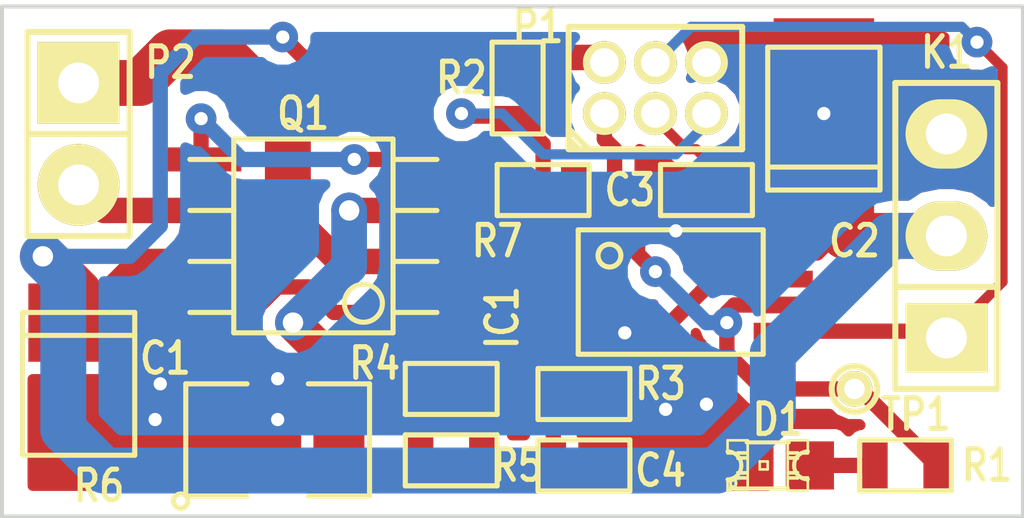
<source format=kicad_pcb>
(kicad_pcb (version 4) (host pcbnew "(2014-08-05 BZR 5054)-product")

  (general
    (links 37)
    (no_connects 0)
    (area 142.076715 92.552012 172.573543 108.635001)
    (thickness 1.6)
    (drawings 4)
    (tracks 181)
    (zones 0)
    (modules 18)
    (nets 16)
  )

  (page A4)
  (layers
    (0 F.Cu signal)
    (31 B.Cu signal)
    (32 B.Adhes user)
    (33 F.Adhes user)
    (34 B.Paste user)
    (35 F.Paste user)
    (36 B.SilkS user)
    (37 F.SilkS user)
    (38 B.Mask user)
    (39 F.Mask user)
    (40 Dwgs.User user)
    (41 Cmts.User user)
    (42 Eco1.User user)
    (43 Eco2.User user)
    (44 Edge.Cuts user)
    (45 Margin user)
    (46 B.CrtYd user)
    (47 F.CrtYd user)
    (48 B.Fab user)
    (49 F.Fab user)
  )

  (setup
    (last_trace_width 0.254)
    (user_trace_width 0.1778)
    (user_trace_width 0.2032)
    (user_trace_width 0.254)
    (user_trace_width 0.381)
    (user_trace_width 0.508)
    (user_trace_width 0.635)
    (user_trace_width 0.889)
    (user_trace_width 1.143)
    (trace_clearance 0.1524)
    (zone_clearance 0.3048)
    (zone_45_only no)
    (trace_min 0.1778)
    (segment_width 0.2)
    (edge_width 0.1)
    (via_size 0.762)
    (via_drill 0.3302)
    (via_min_size 0.762)
    (via_min_drill 0.3302)
    (user_via 0.762 0.3302)
    (user_via 0.889 0.508)
    (user_via 1.27 0.8128)
    (uvia_size 0.508)
    (uvia_drill 0.127)
    (uvias_allowed no)
    (uvia_min_size 0.508)
    (uvia_min_drill 0.127)
    (pcb_text_width 0.3)
    (pcb_text_size 1.5 1.5)
    (mod_edge_width 0.15)
    (mod_text_size 0.635 0.762)
    (mod_text_width 0.127)
    (pad_size 1.5 1.5)
    (pad_drill 0.6)
    (pad_to_mask_clearance 0)
    (aux_axis_origin 0 0)
    (grid_origin 144.145 108.585)
    (visible_elements 7FFFFFFF)
    (pcbplotparams
      (layerselection 0x010f0_80000001)
      (usegerberextensions true)
      (excludeedgelayer true)
      (linewidth 0.100000)
      (plotframeref false)
      (viasonmask false)
      (mode 1)
      (useauxorigin false)
      (hpglpennumber 1)
      (hpglpenspeed 20)
      (hpglpendiameter 15)
      (hpglpenoverlay 2)
      (psnegative false)
      (psa4output false)
      (plotreference true)
      (plotvalue false)
      (plotinvisibletext false)
      (padsonsilk false)
      (subtractmaskfromsilk true)
      (outputformat 1)
      (mirror false)
      (drillshape 0)
      (scaleselection 1)
      (outputdirectory Kicad/Plots/))
  )

  (net 0 "")
  (net 1 +5V)
  (net 2 GND)
  (net 3 "Net-(C4-Pad1)")
  (net 4 "Net-(D1-Pad1)")
  (net 5 "Net-(IC1-Pad2)")
  (net 6 "Net-(IC1-Pad3)")
  (net 7 /~RST)
  (net 8 /MOSI)
  (net 9 /MISO)
  (net 10 /SCK)
  (net 11 "Net-(P2-Pad1)")
  (net 12 "Net-(P2-Pad2)")
  (net 13 "Net-(Q1-Pad1)")
  (net 14 "Net-(Q1-Pad3)")
  (net 15 "Net-(Q1-Pad4)")

  (net_class Default "This is the default net class."
    (clearance 0.1524)
    (trace_width 0.254)
    (via_dia 0.762)
    (via_drill 0.3302)
    (uvia_dia 0.508)
    (uvia_drill 0.127)
    (add_net +5V)
    (add_net /MISO)
    (add_net /MOSI)
    (add_net /SCK)
    (add_net /~RST)
    (add_net GND)
    (add_net "Net-(C4-Pad1)")
    (add_net "Net-(D1-Pad1)")
    (add_net "Net-(IC1-Pad2)")
    (add_net "Net-(IC1-Pad3)")
    (add_net "Net-(P2-Pad1)")
    (add_net "Net-(P2-Pad2)")
    (add_net "Net-(Q1-Pad1)")
    (add_net "Net-(Q1-Pad3)")
    (add_net "Net-(Q1-Pad4)")
  )

  (module w_smd_cap:c_tant_B (layer F.Cu) (tedit 545BE366) (tstamp 545A347C)
    (at 146.05 105.283 90)
    (descr "SMT capacitor, tantalum size B")
    (path /545983D3)
    (fp_text reference C1 (at 0.635 2.159 180) (layer F.SilkS)
      (effects (font (size 0.762 0.635) (thickness 0.127)))
    )
    (fp_text value 10uF (at 0 1.9685 90) (layer F.SilkS) hide
      (effects (font (size 0.50038 0.50038) (thickness 0.11938)))
    )
    (fp_line (start 1.2065 -1.397) (end 1.2065 1.397) (layer F.SilkS) (width 0.127))
    (fp_line (start 1.778 -1.397) (end -1.778 -1.397) (layer F.SilkS) (width 0.127))
    (fp_line (start -1.778 -1.397) (end -1.778 1.397) (layer F.SilkS) (width 0.127))
    (fp_line (start -1.778 1.397) (end 1.778 1.397) (layer F.SilkS) (width 0.127))
    (fp_line (start 1.778 1.397) (end 1.778 -1.397) (layer F.SilkS) (width 0.127))
    (pad 1 smd rect (at 1.524 0 90) (size 1.95072 2.49936) (layers F.Cu F.Paste F.Mask)
      (net 1 +5V))
    (pad 2 smd rect (at -1.524 0 90) (size 1.95072 2.49936) (layers F.Cu F.Paste F.Mask)
      (net 2 GND))
    (model ../libKiCad/3d/smd_cap/c_tant_B.wrl
      (at (xyz 0 0 0))
      (scale (xyz 1 1 1))
      (rotate (xyz 0 0 0))
    )
    (model C:/Dan/Kicad/Libraries/libKiCad/3d/smd_cap/c_tant_B.wrl
      (at (xyz 0 0 0))
      (scale (xyz 1 1 1))
      (rotate (xyz 0 0 0))
    )
  )

  (module w_smd_cap:c_tant_B (layer F.Cu) (tedit 545BE30B) (tstamp 545A2FFC)
    (at 164.592 98.679 270)
    (descr "SMT capacitor, tantalum size B")
    (path /54592A32)
    (fp_text reference C2 (at 3.048 -0.762 360) (layer F.SilkS)
      (effects (font (size 0.762 0.635) (thickness 0.127)))
    )
    (fp_text value 10uF (at 0 1.9685 270) (layer F.SilkS) hide
      (effects (font (size 0.50038 0.50038) (thickness 0.11938)))
    )
    (fp_line (start 1.2065 -1.397) (end 1.2065 1.397) (layer F.SilkS) (width 0.127))
    (fp_line (start 1.778 -1.397) (end -1.778 -1.397) (layer F.SilkS) (width 0.127))
    (fp_line (start -1.778 -1.397) (end -1.778 1.397) (layer F.SilkS) (width 0.127))
    (fp_line (start -1.778 1.397) (end 1.778 1.397) (layer F.SilkS) (width 0.127))
    (fp_line (start 1.778 1.397) (end 1.778 -1.397) (layer F.SilkS) (width 0.127))
    (pad 1 smd rect (at 1.524 0 270) (size 1.95072 2.49936) (layers F.Cu F.Paste F.Mask)
      (net 1 +5V))
    (pad 2 smd rect (at -1.524 0 270) (size 1.95072 2.49936) (layers F.Cu F.Paste F.Mask)
      (net 2 GND))
    (model ../libKiCad/3d/smd_cap/c_tant_B.wrl
      (at (xyz 0 0 0))
      (scale (xyz 1 1 1))
      (rotate (xyz 0 0 0))
    )
    (model C:/Dan/Kicad/Libraries/libKiCad/3d/smd_cap/c_tant_B.wrl
      (at (xyz 0 0 0))
      (scale (xyz 1 1 1))
      (rotate (xyz 0 0 0))
    )
  )

  (module SK_mods:SM0603_Resistor (layer F.Cu) (tedit 545BE2F0) (tstamp 545A3002)
    (at 161.671 100.457 180)
    (path /54592B42)
    (attr smd)
    (fp_text reference C3 (at 1.905 0 360) (layer F.SilkS)
      (effects (font (size 0.762 0.635) (thickness 0.127)))
    )
    (fp_text value 0.1uF (at 0 0 180) (layer F.SilkS) hide
      (effects (font (size 0.7112 0.4572) (thickness 0.1143)))
    )
    (fp_line (start -1.143 -0.635) (end 1.143 -0.635) (layer F.SilkS) (width 0.127))
    (fp_line (start 1.143 -0.635) (end 1.143 0.635) (layer F.SilkS) (width 0.127))
    (fp_line (start 1.143 0.635) (end -1.143 0.635) (layer F.SilkS) (width 0.127))
    (fp_line (start -1.143 0.635) (end -1.143 -0.635) (layer F.SilkS) (width 0.127))
    (pad 1 smd rect (at -0.762 0 180) (size 0.635 1.143) (layers F.Cu F.Paste F.Mask)
      (net 1 +5V))
    (pad 2 smd rect (at 0.762 0 180) (size 0.635 1.143) (layers F.Cu F.Paste F.Mask)
      (net 2 GND))
    (model "${MY_LIBS}/Sketchup Models/3d/r_0603.wrl"
      (at (xyz 0 0 0.001000000047497451))
      (scale (xyz 1 1 1))
      (rotate (xyz 0 0 0))
    )
  )

  (module SK_mods:SM0603_Resistor (layer F.Cu) (tedit 545BE333) (tstamp 545A3008)
    (at 158.623 107.315)
    (path /5459310D)
    (attr smd)
    (fp_text reference C4 (at 1.905 0.127 180) (layer F.SilkS)
      (effects (font (size 0.762 0.635) (thickness 0.127)))
    )
    (fp_text value 0.1uF (at 0 0) (layer F.SilkS) hide
      (effects (font (size 0.7112 0.4572) (thickness 0.1143)))
    )
    (fp_line (start -1.143 -0.635) (end 1.143 -0.635) (layer F.SilkS) (width 0.127))
    (fp_line (start 1.143 -0.635) (end 1.143 0.635) (layer F.SilkS) (width 0.127))
    (fp_line (start 1.143 0.635) (end -1.143 0.635) (layer F.SilkS) (width 0.127))
    (fp_line (start -1.143 0.635) (end -1.143 -0.635) (layer F.SilkS) (width 0.127))
    (pad 1 smd rect (at -0.762 0) (size 0.635 1.143) (layers F.Cu F.Paste F.Mask)
      (net 3 "Net-(C4-Pad1)"))
    (pad 2 smd rect (at 0.762 0) (size 0.635 1.143) (layers F.Cu F.Paste F.Mask)
      (net 2 GND))
    (model "${MY_LIBS}/Sketchup Models/3d/r_0603.wrl"
      (at (xyz 0 0 0.001000000047497451))
      (scale (xyz 1 1 1))
      (rotate (xyz 0 0 0))
    )
  )

  (module Old_mods:LED-0805 (layer F.Cu) (tedit 545BE343) (tstamp 545A300E)
    (at 163.195 107.315 180)
    (descr "LED 0805 smd package")
    (tags "LED 0805 SMD")
    (path /545986D8)
    (attr smd)
    (fp_text reference D1 (at -0.254 1.143 180) (layer F.SilkS)
      (effects (font (size 0.762 0.635) (thickness 0.127)))
    )
    (fp_text value LED (at 0 1.27 180) (layer F.SilkS) hide
      (effects (font (size 0.762 0.762) (thickness 0.127)))
    )
    (fp_line (start 0.49784 0.29972) (end 0.49784 0.62484) (layer F.SilkS) (width 0.06604))
    (fp_line (start 0.49784 0.62484) (end 0.99822 0.62484) (layer F.SilkS) (width 0.06604))
    (fp_line (start 0.99822 0.29972) (end 0.99822 0.62484) (layer F.SilkS) (width 0.06604))
    (fp_line (start 0.49784 0.29972) (end 0.99822 0.29972) (layer F.SilkS) (width 0.06604))
    (fp_line (start 0.49784 -0.32258) (end 0.49784 -0.17272) (layer F.SilkS) (width 0.06604))
    (fp_line (start 0.49784 -0.17272) (end 0.7493 -0.17272) (layer F.SilkS) (width 0.06604))
    (fp_line (start 0.7493 -0.32258) (end 0.7493 -0.17272) (layer F.SilkS) (width 0.06604))
    (fp_line (start 0.49784 -0.32258) (end 0.7493 -0.32258) (layer F.SilkS) (width 0.06604))
    (fp_line (start 0.49784 0.17272) (end 0.49784 0.32258) (layer F.SilkS) (width 0.06604))
    (fp_line (start 0.49784 0.32258) (end 0.7493 0.32258) (layer F.SilkS) (width 0.06604))
    (fp_line (start 0.7493 0.17272) (end 0.7493 0.32258) (layer F.SilkS) (width 0.06604))
    (fp_line (start 0.49784 0.17272) (end 0.7493 0.17272) (layer F.SilkS) (width 0.06604))
    (fp_line (start 0.49784 -0.19812) (end 0.49784 0.19812) (layer F.SilkS) (width 0.06604))
    (fp_line (start 0.49784 0.19812) (end 0.6731 0.19812) (layer F.SilkS) (width 0.06604))
    (fp_line (start 0.6731 -0.19812) (end 0.6731 0.19812) (layer F.SilkS) (width 0.06604))
    (fp_line (start 0.49784 -0.19812) (end 0.6731 -0.19812) (layer F.SilkS) (width 0.06604))
    (fp_line (start -0.99822 0.29972) (end -0.99822 0.62484) (layer F.SilkS) (width 0.06604))
    (fp_line (start -0.99822 0.62484) (end -0.49784 0.62484) (layer F.SilkS) (width 0.06604))
    (fp_line (start -0.49784 0.29972) (end -0.49784 0.62484) (layer F.SilkS) (width 0.06604))
    (fp_line (start -0.99822 0.29972) (end -0.49784 0.29972) (layer F.SilkS) (width 0.06604))
    (fp_line (start -0.99822 -0.62484) (end -0.99822 -0.29972) (layer F.SilkS) (width 0.06604))
    (fp_line (start -0.99822 -0.29972) (end -0.49784 -0.29972) (layer F.SilkS) (width 0.06604))
    (fp_line (start -0.49784 -0.62484) (end -0.49784 -0.29972) (layer F.SilkS) (width 0.06604))
    (fp_line (start -0.99822 -0.62484) (end -0.49784 -0.62484) (layer F.SilkS) (width 0.06604))
    (fp_line (start -0.7493 0.17272) (end -0.7493 0.32258) (layer F.SilkS) (width 0.06604))
    (fp_line (start -0.7493 0.32258) (end -0.49784 0.32258) (layer F.SilkS) (width 0.06604))
    (fp_line (start -0.49784 0.17272) (end -0.49784 0.32258) (layer F.SilkS) (width 0.06604))
    (fp_line (start -0.7493 0.17272) (end -0.49784 0.17272) (layer F.SilkS) (width 0.06604))
    (fp_line (start -0.7493 -0.32258) (end -0.7493 -0.17272) (layer F.SilkS) (width 0.06604))
    (fp_line (start -0.7493 -0.17272) (end -0.49784 -0.17272) (layer F.SilkS) (width 0.06604))
    (fp_line (start -0.49784 -0.32258) (end -0.49784 -0.17272) (layer F.SilkS) (width 0.06604))
    (fp_line (start -0.7493 -0.32258) (end -0.49784 -0.32258) (layer F.SilkS) (width 0.06604))
    (fp_line (start -0.6731 -0.19812) (end -0.6731 0.19812) (layer F.SilkS) (width 0.06604))
    (fp_line (start -0.6731 0.19812) (end -0.49784 0.19812) (layer F.SilkS) (width 0.06604))
    (fp_line (start -0.49784 -0.19812) (end -0.49784 0.19812) (layer F.SilkS) (width 0.06604))
    (fp_line (start -0.6731 -0.19812) (end -0.49784 -0.19812) (layer F.SilkS) (width 0.06604))
    (fp_line (start 0 -0.09906) (end 0 0.09906) (layer F.SilkS) (width 0.06604))
    (fp_line (start 0 0.09906) (end 0.19812 0.09906) (layer F.SilkS) (width 0.06604))
    (fp_line (start 0.19812 -0.09906) (end 0.19812 0.09906) (layer F.SilkS) (width 0.06604))
    (fp_line (start 0 -0.09906) (end 0.19812 -0.09906) (layer F.SilkS) (width 0.06604))
    (fp_line (start 0.49784 -0.59944) (end 0.49784 -0.29972) (layer F.SilkS) (width 0.06604))
    (fp_line (start 0.49784 -0.29972) (end 0.79756 -0.29972) (layer F.SilkS) (width 0.06604))
    (fp_line (start 0.79756 -0.59944) (end 0.79756 -0.29972) (layer F.SilkS) (width 0.06604))
    (fp_line (start 0.49784 -0.59944) (end 0.79756 -0.59944) (layer F.SilkS) (width 0.06604))
    (fp_line (start 0.92456 -0.62484) (end 0.92456 -0.39878) (layer F.SilkS) (width 0.06604))
    (fp_line (start 0.92456 -0.39878) (end 0.99822 -0.39878) (layer F.SilkS) (width 0.06604))
    (fp_line (start 0.99822 -0.62484) (end 0.99822 -0.39878) (layer F.SilkS) (width 0.06604))
    (fp_line (start 0.92456 -0.62484) (end 0.99822 -0.62484) (layer F.SilkS) (width 0.06604))
    (fp_line (start 0.52324 0.57404) (end -0.52324 0.57404) (layer F.SilkS) (width 0.1016))
    (fp_line (start -0.49784 -0.57404) (end 0.92456 -0.57404) (layer F.SilkS) (width 0.1016))
    (fp_circle (center 0.84836 -0.44958) (end 0.89916 -0.50038) (layer F.SilkS) (width 0.0508))
    (fp_arc (start 0.99822 0) (end 0.99822 0.34798) (angle 180) (layer F.SilkS) (width 0.1016))
    (fp_arc (start -0.99822 0) (end -0.99822 -0.34798) (angle 180) (layer F.SilkS) (width 0.1016))
    (pad 1 smd rect (at -1.04902 0 180) (size 1.19888 1.19888) (layers F.Cu F.Paste F.Mask)
      (net 4 "Net-(D1-Pad1)"))
    (pad 2 smd rect (at 1.04902 0 180) (size 1.19888 1.19888) (layers F.Cu F.Paste F.Mask)
      (net 2 GND))
    (model C:/Dan/Kicad/Libraries/libKiCad/3d/smd_leds/led_0805.wrl
      (at (xyz 0 0 0))
      (scale (xyz 1 1 1))
      (rotate (xyz 0 0 0))
    )
  )

  (module w_smd_dil:tssop-8 (layer F.Cu) (tedit 545BE3A6) (tstamp 545A301A)
    (at 160.782 102.997 270)
    (descr TSSOP-8)
    (path /5459138B)
    (fp_text reference IC1 (at 0.635 4.191 450) (layer F.SilkS)
      (effects (font (size 0.762 0.635) (thickness 0.127)))
    )
    (fp_text value ATTINY45-S (at 0 -1.143 270) (layer F.SilkS) hide
      (effects (font (size 0.50038 0.50038) (thickness 0.09906)))
    )
    (fp_line (start -1.5494 2.30124) (end 1.5494 2.30124) (layer F.SilkS) (width 0.127))
    (fp_line (start 1.5494 2.30124) (end 1.5494 -2.30124) (layer F.SilkS) (width 0.127))
    (fp_line (start 1.5494 -2.30124) (end -1.5494 -2.30124) (layer F.SilkS) (width 0.127))
    (fp_line (start -1.5494 -2.30124) (end -1.5494 2.30124) (layer F.SilkS) (width 0.127))
    (fp_circle (center -0.90678 1.524) (end -1.03378 1.778) (layer F.SilkS) (width 0.127))
    (pad 2 smd rect (at -0.32258 2.79908 270) (size 0.4191 1.47066) (layers F.Cu F.Paste F.Mask)
      (net 5 "Net-(IC1-Pad2)"))
    (pad 3 smd rect (at 0.32258 2.79908 270) (size 0.4191 1.47066) (layers F.Cu F.Paste F.Mask)
      (net 6 "Net-(IC1-Pad3)"))
    (pad 4 smd rect (at 0.97536 2.79908 270) (size 0.4191 1.47066) (layers F.Cu F.Paste F.Mask)
      (net 2 GND))
    (pad 1 smd rect (at -0.97536 2.79908 270) (size 0.4191 1.47066) (layers F.Cu F.Paste F.Mask)
      (net 7 /~RST))
    (pad 5 smd rect (at 0.97536 -2.79908 270) (size 0.4191 1.47066) (layers F.Cu F.Paste F.Mask)
      (net 8 /MOSI))
    (pad 6 smd rect (at 0.32258 -2.79908 270) (size 0.4191 1.47066) (layers F.Cu F.Paste F.Mask)
      (net 9 /MISO))
    (pad 7 smd rect (at -0.32258 -2.79908 270) (size 0.4191 1.47066) (layers F.Cu F.Paste F.Mask)
      (net 10 /SCK))
    (pad 8 smd rect (at -0.97536 -2.79908 270) (size 0.4191 1.47066) (layers F.Cu F.Paste F.Mask)
      (net 1 +5V))
    (model ../libKiCad/3d/smd_dil/tssop-8.wrl
      (at (xyz 0 0 0))
      (scale (xyz 1 1 1))
      (rotate (xyz 0 0 0))
    )
    (model C:/Dan/Kicad/Libraries/libKiCad/3d/smd_dil/tssop-8.wrl
      (at (xyz 0 0 0))
      (scale (xyz 1 1 1))
      (rotate (xyz 0 0 0))
    )
  )

  (module Pin_Headers:Pin_Header_Straight_1x03 (layer F.Cu) (tedit 545BE300) (tstamp 545A3021)
    (at 167.64 101.6 90)
    (descr "Through hole pin header")
    (tags "pin header")
    (path /5459440E)
    (fp_text reference K1 (at 4.572 0 180) (layer F.SilkS)
      (effects (font (size 0.762 0.635) (thickness 0.127)))
    )
    (fp_text value CONN_3 (at 0 0 90) (layer F.SilkS) hide
      (effects (font (size 1.27 1.27) (thickness 0.2032)))
    )
    (fp_line (start -1.27 1.27) (end 3.81 1.27) (layer F.SilkS) (width 0.15))
    (fp_line (start 3.81 1.27) (end 3.81 -1.27) (layer F.SilkS) (width 0.15))
    (fp_line (start 3.81 -1.27) (end -1.27 -1.27) (layer F.SilkS) (width 0.15))
    (fp_line (start -3.81 -1.27) (end -1.27 -1.27) (layer F.SilkS) (width 0.15))
    (fp_line (start -1.27 -1.27) (end -1.27 1.27) (layer F.SilkS) (width 0.15))
    (fp_line (start -3.81 -1.27) (end -3.81 1.27) (layer F.SilkS) (width 0.15))
    (fp_line (start -3.81 1.27) (end -1.27 1.27) (layer F.SilkS) (width 0.15))
    (pad 1 thru_hole rect (at -2.54 0 90) (size 1.7272 2.032) (drill 1.016) (layers *.Cu *.Mask F.SilkS)
      (net 8 /MOSI))
    (pad 2 thru_hole oval (at 0 0 90) (size 1.7272 2.032) (drill 1.016) (layers *.Cu *.Mask F.SilkS)
      (net 1 +5V))
    (pad 3 thru_hole oval (at 2.54 0 90) (size 1.7272 2.032) (drill 1.016) (layers *.Cu *.Mask F.SilkS)
      (net 2 GND))
    (model Pin_Headers/Pin_Header_Straight_1x03.wrl
      (at (xyz 0 0 0))
      (scale (xyz 1 1 1))
      (rotate (xyz 0 0 0))
    )
  )

  (module Old_mods:Header_3x2x050_th (layer F.Cu) (tedit 545BE2E0) (tstamp 545A302B)
    (at 160.401 97.917)
    (path /54592BAB)
    (fp_text reference P1 (at -2.921 -1.524) (layer F.SilkS)
      (effects (font (size 0.762 0.635) (thickness 0.127)))
    )
    (fp_text value CONN_3X2 (at 0.127 -3.937) (layer F.SilkS) hide
      (effects (font (size 1.50114 1.50114) (thickness 0.14986)))
    )
    (fp_line (start -1.651 1.524) (end -2.159 1.016) (layer F.SilkS) (width 0.14986))
    (fp_line (start -1.905 1.524) (end -2.159 1.27) (layer F.SilkS) (width 0.14986))
    (fp_line (start -2.159 1.524) (end 2.159 1.524) (layer F.SilkS) (width 0.14986))
    (fp_line (start 2.159 1.524) (end 2.159 -1.524) (layer F.SilkS) (width 0.14986))
    (fp_line (start 2.159 -1.524) (end -2.159 -1.524) (layer F.SilkS) (width 0.14986))
    (fp_line (start -2.159 -1.524) (end -2.159 1.524) (layer F.SilkS) (width 0.14986))
    (pad 1 thru_hole circle (at -1.27 0.635) (size 1.0668 1.0668) (drill 0.7112) (layers *.Cu *.Mask F.SilkS)
      (net 9 /MISO))
    (pad 2 thru_hole circle (at -1.27 -0.635) (size 1.0668 1.0668) (drill 0.7112) (layers *.Cu *.Mask F.SilkS)
      (net 1 +5V))
    (pad 3 thru_hole circle (at 0 0.635) (size 1.0668 1.0668) (drill 0.7112) (layers *.Cu *.Mask F.SilkS)
      (net 10 /SCK))
    (pad 4 thru_hole circle (at 0 -0.635) (size 1.0668 1.0668) (drill 0.7112) (layers *.Cu *.Mask F.SilkS)
      (net 8 /MOSI))
    (pad 5 thru_hole circle (at 1.27 0.635) (size 1.0668 1.0668) (drill 0.7112) (layers *.Cu *.Mask F.SilkS)
      (net 7 /~RST))
    (pad 6 thru_hole circle (at 1.27 -0.635) (size 1.0668 1.0668) (drill 0.7112) (layers *.Cu *.Mask F.SilkS)
      (net 2 GND))
  )

  (module Pin_Headers:Pin_Header_Straight_1x02 (layer F.Cu) (tedit 545BE2EA) (tstamp 545A3031)
    (at 146.05 99.06 270)
    (descr "Through hole pin header")
    (tags "pin header")
    (path /54593FA2)
    (fp_text reference P2 (at -1.778 -2.286 360) (layer F.SilkS)
      (effects (font (size 0.762 0.635) (thickness 0.127)))
    )
    (fp_text value CONN_2 (at 0 0 270) (layer F.SilkS) hide
      (effects (font (size 1.27 1.27) (thickness 0.2032)))
    )
    (fp_line (start 0 -1.27) (end 0 1.27) (layer F.SilkS) (width 0.15))
    (fp_line (start -2.54 -1.27) (end -2.54 1.27) (layer F.SilkS) (width 0.15))
    (fp_line (start -2.54 1.27) (end 0 1.27) (layer F.SilkS) (width 0.15))
    (fp_line (start 0 1.27) (end 2.54 1.27) (layer F.SilkS) (width 0.15))
    (fp_line (start 2.54 1.27) (end 2.54 -1.27) (layer F.SilkS) (width 0.15))
    (fp_line (start 2.54 -1.27) (end -2.54 -1.27) (layer F.SilkS) (width 0.15))
    (pad 1 thru_hole rect (at -1.27 0 270) (size 2.032 2.032) (drill 1.016) (layers *.Cu *.Mask F.SilkS)
      (net 11 "Net-(P2-Pad1)"))
    (pad 2 thru_hole oval (at 1.27 0 270) (size 2.032 2.032) (drill 1.016) (layers *.Cu *.Mask F.SilkS)
      (net 12 "Net-(P2-Pad2)"))
    (model Pin_Headers/Pin_Header_Straight_1x02.wrl
      (at (xyz 0 0 0))
      (scale (xyz 1 1 1))
      (rotate (xyz 0 0 0))
    )
  )

  (module w_smd_dil:so-8 (layer F.Cu) (tedit 545BE36A) (tstamp 545A3475)
    (at 151.892 101.6 90)
    (descr SO-8)
    (path /5459A058)
    (fp_text reference Q1 (at 3.048 -0.254 180) (layer F.SilkS)
      (effects (font (size 0.762 0.635) (thickness 0.127)))
    )
    (fp_text value DMHC3025 (at 0 1.016 90) (layer F.SilkS) hide
      (effects (font (size 0.7493 0.7493) (thickness 0.14986)))
    )
    (fp_line (start -2.413 -1.9812) (end -2.413 1.9812) (layer F.SilkS) (width 0.127))
    (fp_line (start -2.413 1.9812) (end 2.413 1.9812) (layer F.SilkS) (width 0.127))
    (fp_line (start 2.413 1.9812) (end 2.413 -1.9812) (layer F.SilkS) (width 0.127))
    (fp_line (start 2.413 -1.9812) (end -2.413 -1.9812) (layer F.SilkS) (width 0.127))
    (fp_line (start -1.905 -1.9812) (end -1.905 -3.0734) (layer F.SilkS) (width 0.127))
    (fp_line (start -0.635 -1.9812) (end -0.635 -3.0734) (layer F.SilkS) (width 0.127))
    (fp_line (start 0.635 -1.9812) (end 0.635 -3.0734) (layer F.SilkS) (width 0.127))
    (fp_line (start 1.905 -3.0734) (end 1.905 -1.9812) (layer F.SilkS) (width 0.127))
    (fp_line (start 1.905 1.9812) (end 1.905 3.0734) (layer F.SilkS) (width 0.127))
    (fp_line (start 0.635 3.0734) (end 0.635 1.9812) (layer F.SilkS) (width 0.127))
    (fp_line (start -0.635 3.0734) (end -0.635 1.9812) (layer F.SilkS) (width 0.127))
    (fp_line (start -1.905 3.0734) (end -1.905 1.9812) (layer F.SilkS) (width 0.127))
    (fp_circle (center -1.6764 1.2446) (end -1.9558 1.6256) (layer F.SilkS) (width 0.127))
    (pad 1 smd rect (at -1.905 2.794 90) (size 0.59944 1.99898) (layers F.Cu F.Paste F.Mask)
      (net 13 "Net-(Q1-Pad1)"))
    (pad 2 smd rect (at -0.635 2.794 90) (size 0.59944 1.99898) (layers F.Cu F.Paste F.Mask)
      (net 11 "Net-(P2-Pad1)"))
    (pad 3 smd rect (at 0.635 2.794 90) (size 0.59944 1.99898) (layers F.Cu F.Paste F.Mask)
      (net 14 "Net-(Q1-Pad3)"))
    (pad 4 smd rect (at 1.905 2.794 90) (size 0.59944 1.99898) (layers F.Cu F.Paste F.Mask)
      (net 15 "Net-(Q1-Pad4)"))
    (pad 5 smd rect (at 1.905 -2.794 90) (size 0.59944 1.99898) (layers F.Cu F.Paste F.Mask)
      (net 15 "Net-(Q1-Pad4)"))
    (pad 6 smd rect (at 0.635 -2.794 90) (size 0.59944 1.99898) (layers F.Cu F.Paste F.Mask)
      (net 12 "Net-(P2-Pad2)"))
    (pad 7 smd rect (at -0.635 -2.794 90) (size 0.59944 1.99898) (layers F.Cu F.Paste F.Mask)
      (net 1 +5V))
    (pad 8 smd rect (at -1.905 -2.794 90) (size 0.59944 1.99898) (layers F.Cu F.Paste F.Mask)
      (net 13 "Net-(Q1-Pad1)"))
    (model ../libKiCad/3d/smd_dil/so-8.wrl
      (at (xyz 0 0 0))
      (scale (xyz 1 1 1))
      (rotate (xyz 0 0 0))
    )
    (model C:/Dan/Kicad/Libraries/libKiCad/3d/smd_dil/so-8.wrl
      (at (xyz 0 0 0))
      (scale (xyz 1 1 1))
      (rotate (xyz 0 0 0))
    )
  )

  (module SK_mods:SM0603_Resistor (layer F.Cu) (tedit 545BE347) (tstamp 545A3043)
    (at 166.624 107.315 180)
    (path /545989E7)
    (attr smd)
    (fp_text reference R1 (at -2.032 0 360) (layer F.SilkS)
      (effects (font (size 0.762 0.635) (thickness 0.127)))
    )
    (fp_text value 1K (at 0 0 180) (layer F.SilkS) hide
      (effects (font (size 0.7112 0.4572) (thickness 0.1143)))
    )
    (fp_line (start -1.143 -0.635) (end 1.143 -0.635) (layer F.SilkS) (width 0.127))
    (fp_line (start 1.143 -0.635) (end 1.143 0.635) (layer F.SilkS) (width 0.127))
    (fp_line (start 1.143 0.635) (end -1.143 0.635) (layer F.SilkS) (width 0.127))
    (fp_line (start -1.143 0.635) (end -1.143 -0.635) (layer F.SilkS) (width 0.127))
    (pad 1 smd rect (at -0.762 0 180) (size 0.635 1.143) (layers F.Cu F.Paste F.Mask)
      (net 9 /MISO))
    (pad 2 smd rect (at 0.762 0 180) (size 0.635 1.143) (layers F.Cu F.Paste F.Mask)
      (net 4 "Net-(D1-Pad1)"))
    (model "${MY_LIBS}/Sketchup Models/3d/r_0603.wrl"
      (at (xyz 0 0 0.001000000047497451))
      (scale (xyz 1 1 1))
      (rotate (xyz 0 0 0))
    )
  )

  (module SK_mods:SM0603_Resistor (layer F.Cu) (tedit 545BE2E4) (tstamp 545A3049)
    (at 156.972 97.917 90)
    (path /54594803)
    (attr smd)
    (fp_text reference R2 (at 0.254 -1.397 180) (layer F.SilkS)
      (effects (font (size 0.762 0.635) (thickness 0.127)))
    )
    (fp_text value 10K (at 0 0 90) (layer F.SilkS) hide
      (effects (font (size 0.7112 0.4572) (thickness 0.1143)))
    )
    (fp_line (start -1.143 -0.635) (end 1.143 -0.635) (layer F.SilkS) (width 0.127))
    (fp_line (start 1.143 -0.635) (end 1.143 0.635) (layer F.SilkS) (width 0.127))
    (fp_line (start 1.143 0.635) (end -1.143 0.635) (layer F.SilkS) (width 0.127))
    (fp_line (start -1.143 0.635) (end -1.143 -0.635) (layer F.SilkS) (width 0.127))
    (pad 1 smd rect (at -0.762 0 90) (size 0.635 1.143) (layers F.Cu F.Paste F.Mask)
      (net 7 /~RST))
    (pad 2 smd rect (at 0.762 0 90) (size 0.635 1.143) (layers F.Cu F.Paste F.Mask)
      (net 1 +5V))
    (model "${MY_LIBS}/Sketchup Models/3d/r_0603.wrl"
      (at (xyz 0 0 0.001000000047497451))
      (scale (xyz 1 1 1))
      (rotate (xyz 0 0 0))
    )
  )

  (module SK_mods:SM0603_Resistor (layer F.Cu) (tedit 545BE354) (tstamp 545A304F)
    (at 158.623 105.537)
    (path /54593CD6)
    (attr smd)
    (fp_text reference R3 (at 1.905 -0.254 180) (layer F.SilkS)
      (effects (font (size 0.762 0.635) (thickness 0.127)))
    )
    (fp_text value 1K (at 0 0) (layer F.SilkS) hide
      (effects (font (size 0.7112 0.4572) (thickness 0.1143)))
    )
    (fp_line (start -1.143 -0.635) (end 1.143 -0.635) (layer F.SilkS) (width 0.127))
    (fp_line (start 1.143 -0.635) (end 1.143 0.635) (layer F.SilkS) (width 0.127))
    (fp_line (start 1.143 0.635) (end -1.143 0.635) (layer F.SilkS) (width 0.127))
    (fp_line (start -1.143 0.635) (end -1.143 -0.635) (layer F.SilkS) (width 0.127))
    (pad 1 smd rect (at -0.762 0) (size 0.635 1.143) (layers F.Cu F.Paste F.Mask)
      (net 3 "Net-(C4-Pad1)"))
    (pad 2 smd rect (at 0.762 0) (size 0.635 1.143) (layers F.Cu F.Paste F.Mask)
      (net 10 /SCK))
    (model "${MY_LIBS}/Sketchup Models/3d/r_0603.wrl"
      (at (xyz 0 0 0.001000000047497451))
      (scale (xyz 1 1 1))
      (rotate (xyz 0 0 0))
    )
  )

  (module SK_mods:SM0603_Resistor (layer F.Cu) (tedit 545BE3A9) (tstamp 545A3055)
    (at 155.321 105.41)
    (path /54592AB9)
    (attr smd)
    (fp_text reference R4 (at -1.905 -0.635 180) (layer F.SilkS)
      (effects (font (size 0.762 0.635) (thickness 0.127)))
    )
    (fp_text value 100 (at 0 0) (layer F.SilkS) hide
      (effects (font (size 0.7112 0.4572) (thickness 0.1143)))
    )
    (fp_line (start -1.143 -0.635) (end 1.143 -0.635) (layer F.SilkS) (width 0.127))
    (fp_line (start 1.143 -0.635) (end 1.143 0.635) (layer F.SilkS) (width 0.127))
    (fp_line (start 1.143 0.635) (end -1.143 0.635) (layer F.SilkS) (width 0.127))
    (fp_line (start -1.143 0.635) (end -1.143 -0.635) (layer F.SilkS) (width 0.127))
    (pad 1 smd rect (at -0.762 0) (size 0.635 1.143) (layers F.Cu F.Paste F.Mask)
      (net 13 "Net-(Q1-Pad1)"))
    (pad 2 smd rect (at 0.762 0) (size 0.635 1.143) (layers F.Cu F.Paste F.Mask)
      (net 5 "Net-(IC1-Pad2)"))
    (model "${MY_LIBS}/Sketchup Models/3d/r_0603.wrl"
      (at (xyz 0 0 0.001000000047497451))
      (scale (xyz 1 1 1))
      (rotate (xyz 0 0 0))
    )
  )

  (module SK_mods:SM0603_Resistor (layer F.Cu) (tedit 545BE397) (tstamp 545A305B)
    (at 155.321 107.188)
    (path /545930B5)
    (attr smd)
    (fp_text reference R5 (at 1.651 0.127 180) (layer F.SilkS)
      (effects (font (size 0.762 0.635) (thickness 0.127)))
    )
    (fp_text value 1K (at 0 0) (layer F.SilkS) hide
      (effects (font (size 0.7112 0.4572) (thickness 0.1143)))
    )
    (fp_line (start -1.143 -0.635) (end 1.143 -0.635) (layer F.SilkS) (width 0.127))
    (fp_line (start 1.143 -0.635) (end 1.143 0.635) (layer F.SilkS) (width 0.127))
    (fp_line (start 1.143 0.635) (end -1.143 0.635) (layer F.SilkS) (width 0.127))
    (fp_line (start -1.143 0.635) (end -1.143 -0.635) (layer F.SilkS) (width 0.127))
    (pad 1 smd rect (at -0.762 0) (size 0.635 1.143) (layers F.Cu F.Paste F.Mask)
      (net 14 "Net-(Q1-Pad3)"))
    (pad 2 smd rect (at 0.762 0) (size 0.635 1.143) (layers F.Cu F.Paste F.Mask)
      (net 3 "Net-(C4-Pad1)"))
    (model "${MY_LIBS}/Sketchup Models/3d/r_0603.wrl"
      (at (xyz 0 0 0.001000000047497451))
      (scale (xyz 1 1 1))
      (rotate (xyz 0 0 0))
    )
  )

  (module SK_mods:SM1210 (layer F.Cu) (tedit 545BE3A1) (tstamp 545A3461)
    (at 151.003 106.68)
    (tags "CMS SM")
    (path /54592F55)
    (attr smd)
    (fp_text reference R6 (at -4.445 1.143 180) (layer F.SilkS)
      (effects (font (size 0.762 0.635) (thickness 0.127)))
    )
    (fp_text value R (at -1.27 1.016) (layer F.SilkS) hide
      (effects (font (size 0.762 0.762) (thickness 0.127)))
    )
    (fp_circle (center -2.413 1.524) (end -2.286 1.397) (layer F.SilkS) (width 0.127))
    (fp_line (start -0.762 -1.397) (end -2.286 -1.397) (layer F.SilkS) (width 0.127))
    (fp_line (start -2.286 -1.397) (end -2.286 1.397) (layer F.SilkS) (width 0.127))
    (fp_line (start -2.286 1.397) (end -0.762 1.397) (layer F.SilkS) (width 0.127))
    (fp_line (start 0.762 1.397) (end 2.286 1.397) (layer F.SilkS) (width 0.127))
    (fp_line (start 2.286 1.397) (end 2.286 -1.397) (layer F.SilkS) (width 0.127))
    (fp_line (start 2.286 -1.397) (end 0.762 -1.397) (layer F.SilkS) (width 0.127))
    (pad 1 smd rect (at -1.524 0) (size 1.27 2.54) (layers F.Cu F.Paste F.Mask)
      (net 2 GND))
    (pad 2 smd rect (at 1.524 0) (size 1.27 2.54) (layers F.Cu F.Paste F.Mask)
      (net 14 "Net-(Q1-Pad3)"))
    (model smd/chip_cms.wrl
      (at (xyz 0 0 0))
      (scale (xyz 0.1700000017881393 0.2000000029802322 0.1700000017881393))
      (rotate (xyz 0 0 0))
    )
  )

  (module SK_mods:SM0603_Resistor (layer F.Cu) (tedit 545BE2EE) (tstamp 545A3067)
    (at 157.607 100.457 180)
    (path /54592ED3)
    (attr smd)
    (fp_text reference R7 (at 1.143 -1.27 360) (layer F.SilkS)
      (effects (font (size 0.762 0.635) (thickness 0.127)))
    )
    (fp_text value 100 (at 0 0 180) (layer F.SilkS) hide
      (effects (font (size 0.7112 0.4572) (thickness 0.1143)))
    )
    (fp_line (start -1.143 -0.635) (end 1.143 -0.635) (layer F.SilkS) (width 0.127))
    (fp_line (start 1.143 -0.635) (end 1.143 0.635) (layer F.SilkS) (width 0.127))
    (fp_line (start 1.143 0.635) (end -1.143 0.635) (layer F.SilkS) (width 0.127))
    (fp_line (start -1.143 0.635) (end -1.143 -0.635) (layer F.SilkS) (width 0.127))
    (pad 1 smd rect (at -0.762 0 180) (size 0.635 1.143) (layers F.Cu F.Paste F.Mask)
      (net 6 "Net-(IC1-Pad3)"))
    (pad 2 smd rect (at 0.762 0 180) (size 0.635 1.143) (layers F.Cu F.Paste F.Mask)
      (net 15 "Net-(Q1-Pad4)"))
    (model "${MY_LIBS}/Sketchup Models/3d/r_0603.wrl"
      (at (xyz 0 0 0.001000000047497451))
      (scale (xyz 1 1 1))
      (rotate (xyz 0 0 0))
    )
  )

  (module SK_mods:TP20 (layer F.Cu) (tedit 545BE349) (tstamp 545A306C)
    (at 165.354 105.41)
    (path /54592C96)
    (fp_text reference TP1 (at 1.524 0.635) (layer F.SilkS)
      (effects (font (size 0.762 0.635) (thickness 0.127)))
    )
    (fp_text value TEST_POINT (at 0.635 0.635) (layer F.SilkS) hide
      (effects (font (size 1.5 1.5) (thickness 0.15)))
    )
    (fp_circle (center 0 0) (end 0.254 -0.508) (layer F.SilkS) (width 0.15))
    (pad 1 thru_hole circle (at 0 0) (size 0.889 0.889) (drill 0.508) (layers *.Cu *.Mask F.SilkS)
      (net 9 /MISO))
  )

  (gr_line (start 144.145 95.885) (end 144.145 108.585) (angle 90) (layer Edge.Cuts) (width 0.1))
  (gr_line (start 169.545 95.885) (end 144.145 95.885) (angle 90) (layer Edge.Cuts) (width 0.1))
  (gr_line (start 169.545 108.585) (end 169.545 95.885) (angle 90) (layer Edge.Cuts) (width 0.1))
  (gr_line (start 144.145 108.585) (end 169.545 108.585) (angle 90) (layer Edge.Cuts) (width 0.1))

  (segment (start 159.004 97.155) (end 159.131 97.282) (width 0.635) (layer F.Cu) (net 1) (tstamp 545A96D7) (status 30))
  (segment (start 156.972 97.155) (end 159.004 97.155) (width 0.635) (layer F.Cu) (net 1) (status 10))
  (segment (start 164.42436 102.02164) (end 164.592 101.854) (width 0.381) (layer F.Cu) (net 1) (tstamp 545A9758))
  (segment (start 164.592 101.854) (end 164.592 100.203) (width 0.381) (layer F.Cu) (net 1) (tstamp 545A975F))
  (segment (start 163.58108 102.02164) (end 164.42436 102.02164) (width 0.381) (layer F.Cu) (net 1))
  (segment (start 162.60064 102.02164) (end 162.433 101.854) (width 0.381) (layer F.Cu) (net 1) (tstamp 545A9767))
  (segment (start 163.58108 102.02164) (end 162.60064 102.02164) (width 0.381) (layer F.Cu) (net 1))
  (segment (start 164.592 101.092) (end 164.592 100.203) (width 1.143) (layer F.Cu) (net 1) (tstamp 545A978E))
  (segment (start 165.1 101.6) (end 164.592 101.092) (width 1.143) (layer F.Cu) (net 1) (tstamp 545A978C))
  (segment (start 167.64 101.6) (end 165.1 101.6) (width 1.143) (layer F.Cu) (net 1))
  (segment (start 147.574 102.235) (end 146.05 103.759) (width 0.635) (layer F.Cu) (net 1) (tstamp 545A9961))
  (segment (start 149.098 102.235) (end 147.574 102.235) (width 0.635) (layer F.Cu) (net 1))
  (segment (start 146.05 102.997) (end 146.05 103.759) (width 1.143) (layer F.Cu) (net 1) (tstamp 545A9A21))
  (via (at 145.161 102.108) (size 0.889) (drill 0.508) (layers F.Cu B.Cu) (net 1))
  (segment (start 145.161 102.108) (end 146.05 102.997) (width 1.143) (layer F.Cu) (net 1) (tstamp 545A9A20))
  (segment (start 145.669 102.616) (end 145.161 102.108) (width 1.143) (layer B.Cu) (net 1) (tstamp 545A9A14))
  (segment (start 145.669 106.426) (end 145.669 102.616) (width 1.143) (layer B.Cu) (net 1) (tstamp 545A9A12))
  (segment (start 146.685 107.442) (end 145.669 106.426) (width 1.143) (layer B.Cu) (net 1) (tstamp 545A9A10))
  (segment (start 161.925 107.442) (end 146.685 107.442) (width 1.143) (layer B.Cu) (net 1) (tstamp 545A9A0B))
  (segment (start 163.322 106.045) (end 161.925 107.442) (width 1.143) (layer B.Cu) (net 1) (tstamp 545A9A08))
  (segment (start 163.322 104.521) (end 163.322 106.045) (width 1.143) (layer B.Cu) (net 1) (tstamp 545A9A06))
  (segment (start 166.243 101.6) (end 163.322 104.521) (width 1.143) (layer B.Cu) (net 1) (tstamp 545A9A01))
  (segment (start 167.64 101.6) (end 166.243 101.6) (width 1.143) (layer B.Cu) (net 1))
  (segment (start 162.433 101.6) (end 162.433 100.457) (width 0.381) (layer F.Cu) (net 1) (tstamp 545A9B3C))
  (segment (start 162.433 101.854) (end 162.60064 102.02164) (width 0.381) (layer F.Cu) (net 1) (tstamp 545A9B3E))
  (segment (start 162.433 101.6) (end 162.433 101.854) (width 0.381) (layer F.Cu) (net 1))
  (segment (start 152.908 97.155) (end 151.638 97.155) (width 0.381) (layer F.Cu) (net 1) (tstamp 545A9BB9))
  (segment (start 151.638 97.155) (end 151.13 96.647) (width 0.381) (layer F.Cu) (net 1) (tstamp 545A9BBC))
  (via (at 151.13 96.647) (size 0.762) (drill 0.3302) (layers F.Cu B.Cu) (net 1))
  (segment (start 151.13 96.647) (end 148.971 96.647) (width 0.381) (layer B.Cu) (net 1) (tstamp 545A9BC2))
  (segment (start 148.971 96.647) (end 148.082 97.536) (width 0.381) (layer B.Cu) (net 1) (tstamp 545A9BC3))
  (segment (start 148.082 97.536) (end 148.082 101.346) (width 0.381) (layer B.Cu) (net 1) (tstamp 545A9BC4))
  (segment (start 148.082 101.346) (end 147.32 102.108) (width 0.381) (layer B.Cu) (net 1) (tstamp 545A9BC6))
  (segment (start 147.32 102.108) (end 145.161 102.108) (width 0.381) (layer B.Cu) (net 1) (tstamp 545A9BC9))
  (segment (start 156.972 97.155) (end 152.908 97.155) (width 0.381) (layer F.Cu) (net 1))
  (segment (start 164.465 97.028) (end 164.592 97.155) (width 0.635) (layer F.Cu) (net 2) (tstamp 545A9778))
  (segment (start 167.64 97.79) (end 167.005 97.155) (width 0.635) (layer F.Cu) (net 2) (tstamp 545A977B))
  (segment (start 167.005 97.155) (end 164.592 97.155) (width 0.635) (layer F.Cu) (net 2) (tstamp 545A977D))
  (segment (start 167.64 99.06) (end 167.64 97.79) (width 0.635) (layer F.Cu) (net 2))
  (segment (start 164.465 97.282) (end 164.592 97.155) (width 0.635) (layer F.Cu) (net 2) (tstamp 545A97D1))
  (segment (start 161.671 97.282) (end 164.465 97.282) (width 0.635) (layer F.Cu) (net 2))
  (segment (start 159.59836 103.97236) (end 159.639 104.013) (width 0.381) (layer F.Cu) (net 2) (tstamp 545A9ABD))
  (via (at 159.639 104.013) (size 0.762) (drill 0.3302) (layers F.Cu B.Cu) (net 2))
  (segment (start 157.98292 103.97236) (end 159.59836 103.97236) (width 0.381) (layer F.Cu) (net 2))
  (segment (start 162.14598 106.26598) (end 161.671 105.791) (width 0.635) (layer F.Cu) (net 2) (tstamp 545A9ACA))
  (via (at 161.671 105.791) (size 0.762) (drill 0.3302) (layers F.Cu B.Cu) (net 2))
  (segment (start 162.14598 107.315) (end 162.14598 106.26598) (width 0.635) (layer F.Cu) (net 2))
  (segment (start 160.655 107.315) (end 162.14598 107.315) (width 0.635) (layer F.Cu) (net 2) (tstamp 545A9AD7))
  (segment (start 159.385 107.315) (end 160.655 107.315) (width 0.635) (layer F.Cu) (net 2))
  (via (at 160.655 105.918) (size 0.762) (drill 0.3302) (layers F.Cu B.Cu) (net 2))
  (segment (start 160.655 107.315) (end 160.655 105.918) (width 0.635) (layer F.Cu) (net 2))
  (segment (start 150.495 106.68) (end 151.003 106.172) (width 0.635) (layer F.Cu) (net 2) (tstamp 545A9ADF))
  (via (at 151.003 106.172) (size 0.762) (drill 0.3302) (layers F.Cu B.Cu) (net 2))
  (segment (start 151.003 106.172) (end 151.003 105.156) (width 0.635) (layer B.Cu) (net 2) (tstamp 545A9AE5))
  (via (at 151.003 105.156) (size 0.762) (drill 0.3302) (layers F.Cu B.Cu) (net 2))
  (segment (start 151.003 105.156) (end 149.733 105.156) (width 0.635) (layer F.Cu) (net 2) (tstamp 545A9AE8))
  (segment (start 149.733 105.156) (end 149.479 105.41) (width 0.635) (layer F.Cu) (net 2) (tstamp 545A9AE9))
  (segment (start 149.479 106.68) (end 150.495 106.68) (width 0.635) (layer F.Cu) (net 2))
  (segment (start 147.32 106.807) (end 147.955 106.172) (width 0.635) (layer F.Cu) (net 2) (tstamp 545A9AEE))
  (via (at 147.955 106.172) (size 0.762) (drill 0.3302) (layers F.Cu B.Cu) (net 2))
  (segment (start 147.955 106.172) (end 148.082 106.045) (width 0.635) (layer B.Cu) (net 2) (tstamp 545A9AF9))
  (segment (start 148.082 106.045) (end 148.082 105.283) (width 0.635) (layer B.Cu) (net 2) (tstamp 545A9AFA))
  (via (at 148.082 105.283) (size 0.762) (drill 0.3302) (layers F.Cu B.Cu) (net 2))
  (segment (start 148.082 105.283) (end 149.479 106.68) (width 0.635) (layer F.Cu) (net 2) (tstamp 545A9B01))
  (segment (start 146.05 106.807) (end 147.32 106.807) (width 0.635) (layer F.Cu) (net 2))
  (via (at 160.909 101.473) (size 0.762) (drill 0.3302) (layers F.Cu B.Cu) (net 2))
  (segment (start 160.909 100.457) (end 160.909 101.473) (width 0.635) (layer F.Cu) (net 2))
  (via (at 164.592 98.552) (size 0.762) (drill 0.3302) (layers F.Cu B.Cu) (net 2))
  (segment (start 164.592 97.155) (end 164.592 98.552) (width 0.635) (layer F.Cu) (net 2))
  (segment (start 157.861 105.537) (end 157.861 107.315) (width 0.381) (layer F.Cu) (net 3))
  (segment (start 157.734 107.188) (end 157.861 107.315) (width 0.381) (layer F.Cu) (net 3) (tstamp 545A986F))
  (segment (start 156.083 107.188) (end 157.734 107.188) (width 0.381) (layer F.Cu) (net 3))
  (segment (start 165.862 107.315) (end 164.24402 107.315) (width 0.381) (layer F.Cu) (net 4))
  (segment (start 156.91358 102.67442) (end 156.464 103.124) (width 0.381) (layer F.Cu) (net 5) (tstamp 545A96B9))
  (segment (start 156.464 103.124) (end 156.464 105.029) (width 0.381) (layer F.Cu) (net 5) (tstamp 545A96BA))
  (segment (start 156.464 105.029) (end 156.083 105.41) (width 0.381) (layer F.Cu) (net 5) (tstamp 545A96BC))
  (segment (start 157.98292 102.67442) (end 156.91358 102.67442) (width 0.381) (layer F.Cu) (net 5))
  (segment (start 159.06242 103.31958) (end 157.98292 103.31958) (width 0.381) (layer F.Cu) (net 6) (tstamp 545A96AF))
  (segment (start 159.385 102.997) (end 159.06242 103.31958) (width 0.381) (layer F.Cu) (net 6) (tstamp 545A96AD))
  (segment (start 159.385 101.727) (end 159.385 102.997) (width 0.381) (layer F.Cu) (net 6) (tstamp 545A9A55))
  (segment (start 158.369 100.457) (end 158.369 100.584) (width 0.381) (layer F.Cu) (net 6) (status 30))
  (segment (start 159.385 101.727) (end 158.369 100.711) (width 0.381) (layer F.Cu) (net 6) (tstamp 545A9A57))
  (segment (start 159.385 101.727) (end 159.385 101.727) (width 0.381) (layer F.Cu) (net 6))
  (segment (start 157.607 101.854) (end 157.607 99.314) (width 0.381) (layer F.Cu) (net 7) (tstamp 545A96B5))
  (segment (start 157.77464 102.02164) (end 157.607 101.854) (width 0.381) (layer F.Cu) (net 7) (tstamp 545A96B2))
  (segment (start 157.98292 102.02164) (end 157.77464 102.02164) (width 0.381) (layer F.Cu) (net 7))
  (segment (start 157.607 99.314) (end 156.972 98.679) (width 0.381) (layer F.Cu) (net 7))
  (segment (start 155.702 98.679) (end 156.972 98.679) (width 0.254) (layer F.Cu) (net 7) (tstamp 545A9BDF))
  (segment (start 155.575 98.552) (end 155.702 98.679) (width 0.254) (layer F.Cu) (net 7) (tstamp 545A9BDE))
  (via (at 155.575 98.552) (size 0.762) (drill 0.3302) (layers F.Cu B.Cu) (net 7))
  (segment (start 156.591 98.552) (end 155.575 98.552) (width 0.254) (layer B.Cu) (net 7) (tstamp 545A9BD9))
  (segment (start 157.607 99.568) (end 156.591 98.552) (width 0.254) (layer B.Cu) (net 7) (tstamp 545A9BD8))
  (segment (start 160.909 99.568) (end 157.607 99.568) (width 0.254) (layer B.Cu) (net 7) (tstamp 545A9BD7))
  (segment (start 161.671 98.806) (end 160.909 99.568) (width 0.254) (layer B.Cu) (net 7) (tstamp 545A9BD6))
  (segment (start 161.671 98.552) (end 161.671 98.806) (width 0.254) (layer B.Cu) (net 7))
  (segment (start 167.47236 103.97236) (end 167.64 104.14) (width 0.381) (layer F.Cu) (net 8) (tstamp 545A9754))
  (segment (start 163.58108 103.97236) (end 167.47236 103.97236) (width 0.381) (layer F.Cu) (net 8))
  (segment (start 169.037 102.743) (end 169.037 97.409) (width 0.254) (layer F.Cu) (net 8) (tstamp 545A97E9))
  (segment (start 169.037 97.409) (end 168.402 96.774) (width 0.254) (layer F.Cu) (net 8) (tstamp 545A97EE))
  (via (at 168.402 96.774) (size 0.762) (layers F.Cu B.Cu) (net 8))
  (segment (start 168.402 96.774) (end 168.021 96.393) (width 0.254) (layer B.Cu) (net 8) (tstamp 545A97F9))
  (segment (start 168.021 96.393) (end 161.29 96.393) (width 0.254) (layer B.Cu) (net 8) (tstamp 545A97FA))
  (segment (start 161.29 96.393) (end 160.401 97.282) (width 0.254) (layer B.Cu) (net 8) (tstamp 545A97FD))
  (segment (start 167.64 104.14) (end 169.037 102.743) (width 0.254) (layer F.Cu) (net 8))
  (segment (start 162.179 103.759) (end 162.179 104.521) (width 0.381) (layer F.Cu) (net 9) (tstamp 545A9A7D) (status 2))
  (segment (start 162.179 104.521) (end 163.068 105.41) (width 0.381) (layer F.Cu) (net 9) (tstamp 545A9747))
  (segment (start 163.068 105.41) (end 165.354 105.41) (width 0.381) (layer F.Cu) (net 9) (tstamp 545A9748))
  (segment (start 162.36442 103.31958) (end 162.179 103.505) (width 0.381) (layer F.Cu) (net 9) (tstamp 545A9745))
  (segment (start 162.179 103.505) (end 162.179 103.759) (width 0.381) (layer F.Cu) (net 9) (tstamp 545A9746))
  (segment (start 163.58108 103.31958) (end 162.36442 103.31958) (width 0.381) (layer F.Cu) (net 9))
  (segment (start 165.481 105.41) (end 167.386 107.315) (width 0.381) (layer F.Cu) (net 9) (tstamp 545A974B))
  (segment (start 165.354 105.41) (end 165.481 105.41) (width 0.381) (layer F.Cu) (net 9))
  (via (at 162.179 103.759) (size 0.762) (drill 0.3302) (layers F.Cu B.Cu) (net 9))
  (segment (start 159.9565 102.0445) (end 160.401 102.489) (width 0.381) (layer F.Cu) (net 9) (tstamp 545A9B70))
  (segment (start 159.9565 101.5365) (end 159.9565 101.854) (width 0.381) (layer F.Cu) (net 9))
  (segment (start 159.131 98.552) (end 159.131 99.187) (width 0.381) (layer F.Cu) (net 9))
  (via (at 160.401 102.489) (size 0.762) (drill 0.3302) (layers F.Cu B.Cu) (net 9))
  (segment (start 159.385 100.965) (end 159.9565 101.5365) (width 0.381) (layer F.Cu) (net 9) (tstamp 545A9A67))
  (segment (start 159.385 99.441) (end 159.385 100.965) (width 0.381) (layer F.Cu) (net 9) (tstamp 545A9A65))
  (segment (start 159.131 99.187) (end 159.385 99.441) (width 0.381) (layer F.Cu) (net 9) (tstamp 545A9A63))
  (segment (start 159.9565 101.854) (end 159.9565 102.0445) (width 0.381) (layer F.Cu) (net 9))
  (segment (start 161.163 103.251) (end 160.401 102.489) (width 0.381) (layer B.Cu) (net 9) (tstamp 545A9B7A))
  (segment (start 161.163 103.251) (end 161.417 103.505) (width 0.381) (layer B.Cu) (net 9))
  (segment (start 161.671 103.759) (end 162.179 103.759) (width 0.381) (layer B.Cu) (net 9) (tstamp 545A9B81))
  (segment (start 161.417 103.505) (end 161.671 103.759) (width 0.381) (layer B.Cu) (net 9))
  (segment (start 160.782 103.759) (end 161.544 102.997) (width 0.381) (layer F.Cu) (net 10) (tstamp 545A9AB6))
  (segment (start 161.544 102.997) (end 161.544 102.997) (width 0.381) (layer F.Cu) (net 10) (tstamp 545A9731))
  (segment (start 161.544 102.997) (end 161.86658 102.67442) (width 0.381) (layer F.Cu) (net 10) (tstamp 545A9732))
  (segment (start 161.98342 102.67442) (end 163.58108 102.67442) (width 0.381) (layer F.Cu) (net 10) (tstamp 545A983D))
  (segment (start 161.86658 102.67442) (end 161.98342 102.67442) (width 0.381) (layer F.Cu) (net 10) (tstamp 545A9733))
  (segment (start 159.385 105.537) (end 159.385 105.537) (width 0.381) (layer F.Cu) (net 10))
  (segment (start 161.798 102.489) (end 161.98342 102.67442) (width 0.254) (layer F.Cu) (net 10) (tstamp 545A9B4D))
  (segment (start 160.401 98.679) (end 161.036 99.314) (width 0.254) (layer F.Cu) (net 10) (tstamp 545A9836))
  (segment (start 160.401 98.552) (end 160.401 98.679) (width 0.254) (layer F.Cu) (net 10))
  (segment (start 159.512 105.537) (end 159.385 105.537) (width 0.381) (layer F.Cu) (net 10) (tstamp 545A9AB0))
  (segment (start 159.512 105.537) (end 159.385 105.537) (width 0.381) (layer F.Cu) (net 10) (tstamp 545A9AB9))
  (segment (start 160.782 104.267) (end 159.512 105.537) (width 0.381) (layer F.Cu) (net 10) (tstamp 545A9AB8))
  (segment (start 160.782 103.759) (end 160.782 104.267) (width 0.381) (layer F.Cu) (net 10))
  (segment (start 161.417 99.441) (end 161.671 99.695) (width 0.254) (layer F.Cu) (net 10) (tstamp 545A9B46))
  (segment (start 161.671 99.695) (end 161.671 102.362) (width 0.254) (layer F.Cu) (net 10) (tstamp 545A9B49))
  (segment (start 161.671 102.362) (end 161.798 102.489) (width 0.254) (layer F.Cu) (net 10) (tstamp 545A9B4A))
  (segment (start 161.163 99.441) (end 161.417 99.441) (width 0.254) (layer F.Cu) (net 10) (tstamp 545A9B45))
  (segment (start 161.036 99.314) (end 161.163 99.441) (width 0.254) (layer F.Cu) (net 10))
  (segment (start 151.257 100.965) (end 151.257 100.203) (width 1.143) (layer F.Cu) (net 11) (tstamp 545A997D))
  (segment (start 151.257 100.203) (end 151.257 98.679) (width 1.143) (layer F.Cu) (net 11) (tstamp 545A98C9))
  (segment (start 151.257 98.679) (end 150.9395 98.3615) (width 1.143) (layer F.Cu) (net 11) (tstamp 545A98CF))
  (segment (start 147.574 97.79) (end 146.05 97.79) (width 1.143) (layer F.Cu) (net 11) (tstamp 545A98E0))
  (segment (start 154.686 102.235) (end 153.416 102.235) (width 0.635) (layer F.Cu) (net 11))
  (segment (start 149.606 97.028) (end 148.336 97.028) (width 1.143) (layer F.Cu) (net 11) (tstamp 545A98DA))
  (segment (start 148.336 97.028) (end 147.574 97.79) (width 1.143) (layer F.Cu) (net 11) (tstamp 545A98DC))
  (segment (start 150.9395 98.3615) (end 149.606 97.028) (width 1.143) (layer F.Cu) (net 11))
  (segment (start 152.527 102.235) (end 151.257 100.965) (width 0.635) (layer F.Cu) (net 11) (tstamp 545A997A))
  (segment (start 153.416 102.235) (end 152.527 102.235) (width 0.635) (layer F.Cu) (net 11))
  (segment (start 146.685 100.965) (end 146.05 100.33) (width 0.635) (layer F.Cu) (net 12) (tstamp 545A995D))
  (segment (start 149.098 100.965) (end 146.685 100.965) (width 0.635) (layer F.Cu) (net 12))
  (segment (start 154.559 103.632) (end 154.559 105.41) (width 0.381) (layer F.Cu) (net 13) (tstamp 545A98A5))
  (segment (start 154.686 103.505) (end 154.559 103.632) (width 0.381) (layer F.Cu) (net 13) (tstamp 545A98A3))
  (segment (start 153.035 103.505) (end 154.686 103.505) (width 0.381) (layer F.Cu) (net 13) (tstamp 545A998D))
  (segment (start 149.098 103.505) (end 150.368 103.505) (width 0.381) (layer F.Cu) (net 13))
  (segment (start 151.003 102.87) (end 151.765 102.87) (width 0.381) (layer F.Cu) (net 13) (tstamp 545A9988))
  (segment (start 151.765 102.87) (end 152.4 103.505) (width 0.381) (layer F.Cu) (net 13) (tstamp 545A9989))
  (segment (start 152.4 103.505) (end 153.035 103.505) (width 0.381) (layer F.Cu) (net 13) (tstamp 545A998A))
  (segment (start 150.368 103.505) (end 151.003 102.87) (width 0.381) (layer F.Cu) (net 13))
  (segment (start 153.035 107.188) (end 152.527 106.68) (width 0.381) (layer F.Cu) (net 14) (tstamp 545A9873))
  (segment (start 154.559 107.188) (end 153.035 107.188) (width 0.381) (layer F.Cu) (net 14))
  (via (at 151.384 103.759) (size 0.889) (drill 0.508) (layers F.Cu B.Cu) (net 14))
  (via (at 152.781 100.965) (size 0.889) (drill 0.508) (layers F.Cu B.Cu) (net 14))
  (segment (start 154.686 100.965) (end 152.781 100.965) (width 0.635) (layer F.Cu) (net 14))
  (segment (start 152.781 101.854) (end 152.781 100.965) (width 0.889) (layer B.Cu) (net 14) (tstamp 545A99A1))
  (segment (start 152.781 102.362) (end 151.384 103.759) (width 0.889) (layer B.Cu) (net 14) (tstamp 545A99A3))
  (segment (start 152.781 101.854) (end 152.781 102.362) (width 0.889) (layer B.Cu) (net 14))
  (segment (start 152.527 104.902) (end 152.527 106.68) (width 0.889) (layer F.Cu) (net 14) (tstamp 545A99AA))
  (segment (start 151.384 103.759) (end 152.527 104.902) (width 0.889) (layer F.Cu) (net 14))
  (segment (start 156.337 99.695) (end 156.845 100.457) (width 0.381) (layer F.Cu) (net 15) (tstamp 545A96A1) (status 20))
  (segment (start 154.686 99.695) (end 156.337 99.695) (width 0.381) (layer F.Cu) (net 15))
  (via (at 149.098 98.679) (size 0.762) (layers F.Cu B.Cu) (net 15))
  (segment (start 149.098 98.679) (end 150.114 99.695) (width 0.381) (layer B.Cu) (net 15) (tstamp 545A98E8))
  (segment (start 150.114 99.695) (end 152.908 99.695) (width 0.381) (layer B.Cu) (net 15) (tstamp 545A98E9))
  (via (at 152.908 99.695) (size 0.762) (layers F.Cu B.Cu) (net 15))
  (segment (start 152.908 99.695) (end 154.686 99.695) (width 0.381) (layer F.Cu) (net 15) (tstamp 545A98EE))
  (segment (start 149.098 99.695) (end 149.098 98.679) (width 0.381) (layer F.Cu) (net 15))

  (zone (net 2) (net_name GND) (layer B.Cu) (tstamp 545A9BED) (hatch edge 0.508)
    (connect_pads yes (clearance 0.3048))
    (min_thickness 0.254)
    (fill yes (arc_segments 16) (thermal_gap 0.508) (thermal_bridge_width 0.508))
    (polygon
      (pts
        (xy 144.78 96.52) (xy 168.91 96.52) (xy 168.91 107.95) (xy 144.78 107.95)
      )
    )
    (filled_polygon
      (pts
        (xy 168.783 100.753231) (xy 168.73675 100.684014) (xy 168.316492 100.403206) (xy 167.820764 100.3046) (xy 167.459236 100.3046)
        (xy 166.963508 100.403206) (xy 166.673924 100.5967) (xy 166.243 100.5967) (xy 165.859054 100.673072) (xy 165.53356 100.89056)
        (xy 162.943448 103.480671) (xy 162.86846 103.299187) (xy 162.640016 103.070343) (xy 162.341385 102.946341) (xy 162.018033 102.946059)
        (xy 161.819964 103.027899) (xy 161.603033 102.810968) (xy 161.603033 102.810967) (xy 161.603029 102.810964) (xy 161.213859 102.421793)
        (xy 161.213941 102.328033) (xy 161.09046 102.029187) (xy 160.862016 101.800343) (xy 160.563385 101.676341) (xy 160.240033 101.676059)
        (xy 159.941187 101.79954) (xy 159.712343 102.027984) (xy 159.588341 102.326615) (xy 159.588059 102.649967) (xy 159.71154 102.948813)
        (xy 159.939984 103.177657) (xy 160.238615 103.301659) (xy 160.333676 103.301741) (xy 160.722964 103.691029) (xy 160.722967 103.691033)
        (xy 160.722968 103.691033) (xy 160.976964 103.945029) (xy 160.976967 103.945033) (xy 161.230964 104.199029) (xy 161.230967 104.199033)
        (xy 161.432856 104.33393) (xy 161.646971 104.37652) (xy 161.717984 104.447657) (xy 162.016615 104.571659) (xy 162.3187 104.571922)
        (xy 162.3187 105.62942) (xy 161.50942 106.4387) (xy 147.10058 106.4387) (xy 146.6723 106.01042) (xy 146.6723 102.7303)
        (xy 147.319994 102.7303) (xy 147.32 102.730301) (xy 147.32 102.7303) (xy 147.558144 102.68293) (xy 147.760033 102.548033)
        (xy 148.522029 101.786035) (xy 148.522033 101.786033) (xy 148.522033 101.786032) (xy 148.65693 101.584144) (xy 148.65693 101.584143)
        (xy 148.664789 101.544632) (xy 148.7043 101.346) (xy 148.704301 101.346) (xy 148.7043 101.345994) (xy 148.7043 99.395608)
        (xy 148.935615 99.491659) (xy 149.030675 99.491741) (xy 149.673967 100.135033) (xy 149.875856 100.26993) (xy 150.114 100.317301)
        (xy 150.114 100.3173) (xy 150.114005 100.3173) (xy 152.189473 100.3173) (xy 152.161362 100.345361) (xy 152.161362 100.345362)
        (xy 152.161361 100.345362) (xy 152.038542 100.467968) (xy 151.904852 100.789928) (xy 151.904548 101.138542) (xy 151.9047 101.138909)
        (xy 151.9047 101.854) (xy 151.9047 101.999024) (xy 150.764362 103.139362) (xy 150.764361 103.139362) (xy 150.641542 103.261968)
        (xy 150.507852 103.583928) (xy 150.507548 103.932542) (xy 150.574403 104.094345) (xy 150.574404 104.094346) (xy 150.640676 104.254736)
        (xy 150.764361 104.378637) (xy 150.764362 104.378638) (xy 150.886968 104.501458) (xy 151.048654 104.568596) (xy 151.208928 104.635148)
        (xy 151.384 104.6353) (xy 151.557542 104.635452) (xy 151.719345 104.568596) (xy 151.719346 104.568596) (xy 151.719346 104.568595)
        (xy 151.879736 104.502324) (xy 152.003637 104.378638) (xy 152.003638 104.378638) (xy 152.00367 104.378605) (xy 152.126458 104.256032)
        (xy 152.12661 104.255665) (xy 153.400634 102.98164) (xy 153.400637 102.981638) (xy 153.400638 102.981638) (xy 153.590595 102.697346)
        (xy 153.590596 102.697345) (xy 153.6573 102.362) (xy 153.6573 101.854) (xy 153.6573 100.965765) (xy 153.6573 100.965)
        (xy 153.657452 100.791458) (xy 153.590596 100.629655) (xy 153.524324 100.469264) (xy 153.403803 100.348532) (xy 153.596657 100.156016)
        (xy 153.720659 99.857385) (xy 153.720941 99.534033) (xy 153.59746 99.235187) (xy 153.369016 99.006343) (xy 153.070385 98.882341)
        (xy 152.747033 98.882059) (xy 152.448187 99.00554) (xy 152.380909 99.0727) (xy 150.371766 99.0727) (xy 149.910859 98.611793)
        (xy 149.910941 98.518033) (xy 149.78746 98.219187) (xy 149.559016 97.990343) (xy 149.260385 97.866341) (xy 148.937033 97.866059)
        (xy 148.7043 97.962222) (xy 148.7043 97.793765) (xy 149.228765 97.2693) (xy 150.602742 97.2693) (xy 150.668984 97.335657)
        (xy 150.967615 97.459659) (xy 151.290967 97.459941) (xy 151.589813 97.33646) (xy 151.818657 97.108016) (xy 151.942659 96.809385)
        (xy 151.9428 96.647) (xy 158.400917 96.647) (xy 158.313221 96.734544) (xy 158.165968 97.089168) (xy 158.165633 97.473148)
        (xy 158.312266 97.828027) (xy 158.401001 97.916917) (xy 158.313221 98.004544) (xy 158.165968 98.359168) (xy 158.165633 98.743148)
        (xy 158.275563 99.0092) (xy 157.838462 99.0092) (xy 156.986131 98.156869) (xy 156.804844 98.035736) (xy 156.591 97.9932)
        (xy 156.165646 97.9932) (xy 156.036016 97.863343) (xy 155.737385 97.739341) (xy 155.414033 97.739059) (xy 155.115187 97.86254)
        (xy 154.886343 98.090984) (xy 154.762341 98.389615) (xy 154.762059 98.712967) (xy 154.88554 99.011813) (xy 155.113984 99.240657)
        (xy 155.412615 99.364659) (xy 155.735967 99.364941) (xy 156.034813 99.24146) (xy 156.165701 99.1108) (xy 156.359538 99.1108)
        (xy 157.211869 99.963131) (xy 157.393156 100.084264) (xy 157.393157 100.084264) (xy 157.607 100.1268) (xy 160.909 100.1268)
        (xy 161.122843 100.084264) (xy 161.122844 100.084264) (xy 161.304131 99.963131) (xy 161.749992 99.517269) (xy 161.862148 99.517367)
        (xy 162.217027 99.370734) (xy 162.488779 99.099456) (xy 162.636032 98.744832) (xy 162.636367 98.360852) (xy 162.489734 98.005973)
        (xy 162.218456 97.734221) (xy 161.863832 97.586968) (xy 161.479852 97.586633) (xy 161.28642 97.666557) (xy 161.366032 97.474832)
        (xy 161.366352 97.106909) (xy 161.521462 96.9518) (xy 167.596014 96.9518) (xy 167.71254 97.233813) (xy 167.940984 97.462657)
        (xy 168.239615 97.586659) (xy 168.562967 97.586941) (xy 168.783 97.496024) (xy 168.783 100.753231)
      )
    )
  )
  (zone (net 2) (net_name GND) (layer F.Cu) (tstamp 545A9BED) (hatch edge 0.508)
    (connect_pads yes (clearance 0.3048))
    (min_thickness 0.254)
    (fill yes (arc_segments 16) (thermal_gap 0.508) (thermal_bridge_width 0.508))
    (polygon
      (pts
        (xy 144.78 96.52) (xy 168.91 96.52) (xy 168.91 107.95) (xy 144.78 107.95)
      )
    )
    (filled_polygon
      (pts
        (xy 151.538533 105.152809) (xy 151.525938 105.165405) (xy 151.4602 105.324109) (xy 151.4602 105.49589) (xy 151.4602 107.823)
        (xy 144.907 107.823) (xy 144.907 105.16616) (xy 147.38557 105.16616) (xy 147.544275 105.100423) (xy 147.665742 104.978955)
        (xy 147.73148 104.820251) (xy 147.73148 104.64847) (xy 147.73148 104.04698) (xy 147.732447 104.049315) (xy 147.853915 104.170782)
        (xy 148.012619 104.23652) (xy 148.1844 104.23652) (xy 150.18338 104.23652) (xy 150.342085 104.170783) (xy 150.389928 104.122939)
        (xy 150.57131 104.086858) (xy 150.574403 104.094345) (xy 150.574404 104.094346) (xy 150.640676 104.254736) (xy 150.764361 104.378637)
        (xy 150.764362 104.378638) (xy 150.764394 104.37867) (xy 150.886968 104.501458) (xy 150.887333 104.501609) (xy 151.538533 105.152809)
      )
    )
    (filled_polygon
      (pts
        (xy 161.1122 102.081801) (xy 161.09046 102.029187) (xy 160.862016 101.800343) (xy 160.5788 101.682741) (xy 160.5788 101.536505)
        (xy 160.5788 101.5365) (xy 160.578801 101.5365) (xy 160.53143 101.298356) (xy 160.396533 101.096467) (xy 160.0073 100.707234)
        (xy 160.0073 99.441) (xy 160.0057 99.43296) (xy 160.208168 99.517032) (xy 160.448979 99.517242) (xy 160.640869 99.709132)
        (xy 160.640872 99.709134) (xy 160.767869 99.836131) (xy 160.949156 99.957264) (xy 160.949157 99.957264) (xy 161.1122 99.989695)
        (xy 161.1122 102.081801)
      )
    )
    (filled_polygon
      (pts
        (xy 165.502634 106.3117) (xy 165.45861 106.3117) (xy 165.299905 106.377437) (xy 165.20795 106.469392) (xy 165.088055 106.349498)
        (xy 164.929351 106.28376) (xy 164.75757 106.28376) (xy 163.55869 106.28376) (xy 163.399985 106.349497) (xy 163.278518 106.470965)
        (xy 163.21278 106.629669) (xy 163.21278 106.80145) (xy 163.21278 107.823) (xy 158.6103 107.823) (xy 158.6103 107.80061)
        (xy 158.6103 106.65761) (xy 158.544563 106.498905) (xy 158.4833 106.437642) (xy 158.4833 106.414357) (xy 158.544562 106.353095)
        (xy 158.6103 106.194391) (xy 158.6103 106.02261) (xy 158.6103 104.87961) (xy 158.544563 104.720905) (xy 158.423095 104.599438)
        (xy 158.264391 104.5337) (xy 158.09261 104.5337) (xy 157.45761 104.5337) (xy 157.298905 104.599437) (xy 157.177438 104.720905)
        (xy 157.1117 104.879609) (xy 157.1117 105.05139) (xy 157.1117 106.19439) (xy 157.177437 106.353095) (xy 157.2387 106.414357)
        (xy 157.2387 106.437642) (xy 157.177438 106.498905) (xy 157.14977 106.5657) (xy 156.8323 106.5657) (xy 156.8323 106.53061)
        (xy 156.766563 106.371905) (xy 156.693657 106.299) (xy 156.766562 106.226095) (xy 156.8323 106.067391) (xy 156.8323 105.89561)
        (xy 156.8323 105.540765) (xy 156.904029 105.469035) (xy 156.904032 105.469033) (xy 156.904033 105.469033) (xy 157.03893 105.267144)
        (xy 157.0863 105.029) (xy 157.0863 103.929698) (xy 157.161699 103.96093) (xy 157.33348 103.96093) (xy 158.80414 103.96093)
        (xy 158.850131 103.94188) (xy 159.062414 103.94188) (xy 159.06242 103.941881) (xy 159.06242 103.94188) (xy 159.300564 103.89451)
        (xy 159.502453 103.759613) (xy 159.825033 103.437033) (xy 159.95993 103.235144) (xy 159.96897 103.189693) (xy 160.238615 103.301659)
        (xy 160.359169 103.301764) (xy 160.341967 103.318967) (xy 160.20707 103.520856) (xy 160.159699 103.759) (xy 160.1597 103.759005)
        (xy 160.1597 104.009234) (xy 159.635234 104.5337) (xy 159.61661 104.5337) (xy 158.98161 104.5337) (xy 158.822905 104.599437)
        (xy 158.701438 104.720905) (xy 158.6357 104.879609) (xy 158.6357 105.05139) (xy 158.6357 106.19439) (xy 158.701437 106.353095)
        (xy 158.822905 106.474562) (xy 158.981609 106.5403) (xy 159.15339 106.5403) (xy 159.78839 106.5403) (xy 159.947095 106.474563)
        (xy 160.068562 106.353095) (xy 160.1343 106.194391) (xy 160.1343 106.02261) (xy 160.1343 105.794765) (xy 161.222029 104.707035)
        (xy 161.222032 104.707033) (xy 161.222033 104.707033) (xy 161.35693 104.505144) (xy 161.4043 104.267) (xy 161.4043 104.016765)
        (xy 161.405542 104.015523) (xy 161.48954 104.218813) (xy 161.5567 104.28609) (xy 161.5567 104.520994) (xy 161.556699 104.521)
        (xy 161.60407 104.759144) (xy 161.738967 104.961033) (xy 162.627964 105.850029) (xy 162.627967 105.850033) (xy 162.627968 105.850033)
        (xy 162.829856 105.98493) (xy 163.068 106.032301) (xy 163.068 106.0323) (xy 163.068005 106.0323) (xy 164.737019 106.0323)
        (xy 164.856968 106.152458) (xy 165.178928 106.286148) (xy 165.477342 106.286408) (xy 165.502634 106.3117)
      )
    )
    (filled_polygon
      (pts
        (xy 168.4782 100.511256) (xy 168.316492 100.403206) (xy 167.820764 100.3046) (xy 167.459236 100.3046) (xy 166.963508 100.403206)
        (xy 166.673924 100.5967) (xy 166.27348 100.5967) (xy 166.27348 99.14175) (xy 166.207743 98.983045) (xy 166.086275 98.861578)
        (xy 165.927571 98.79584) (xy 165.75579 98.79584) (xy 163.25643 98.79584) (xy 163.097725 98.861577) (xy 162.976258 98.983045)
        (xy 162.91052 99.141749) (xy 162.91052 99.31353) (xy 162.91052 99.484405) (xy 162.836391 99.4537) (xy 162.66461 99.4537)
        (xy 162.168918 99.4537) (xy 162.135884 99.404261) (xy 162.217027 99.370734) (xy 162.488779 99.099456) (xy 162.636032 98.744832)
        (xy 162.636367 98.360852) (xy 162.489734 98.005973) (xy 162.218456 97.734221) (xy 161.863832 97.586968) (xy 161.479852 97.586633)
        (xy 161.28642 97.666557) (xy 161.366032 97.474832) (xy 161.366367 97.090852) (xy 161.219734 96.735973) (xy 161.130916 96.647)
        (xy 167.58931 96.647) (xy 167.589059 96.934967) (xy 167.71254 97.233813) (xy 167.940984 97.462657) (xy 168.239615 97.586659)
        (xy 168.424557 97.58682) (xy 168.4782 97.640462) (xy 168.4782 100.511256)
      )
    )
  )
)

</source>
